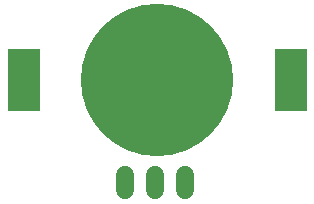
<source format=gbr>
G04 EAGLE Gerber X2 export*
%TF.Part,Single*%
%TF.FileFunction,Soldermask,Bot,1*%
%TF.FilePolarity,Negative*%
%TF.GenerationSoftware,Autodesk,EAGLE,8.7.0*%
%TF.CreationDate,2018-03-13T06:50:33Z*%
G75*
%MOMM*%
%FSLAX34Y34*%
%LPD*%
%AMOC8*
5,1,8,0,0,1.08239X$1,22.5*%
G01*
%ADD10C,12.903200*%
%ADD11R,2.743200X5.283200*%
%ADD12C,1.524000*%


D10*
X126629Y125769D03*
D11*
X239659Y125769D03*
X13599Y125769D03*
D12*
X99046Y46111D02*
X99046Y32903D01*
X149846Y32903D02*
X149846Y46111D01*
X124446Y46111D02*
X124446Y32903D01*
M02*

</source>
